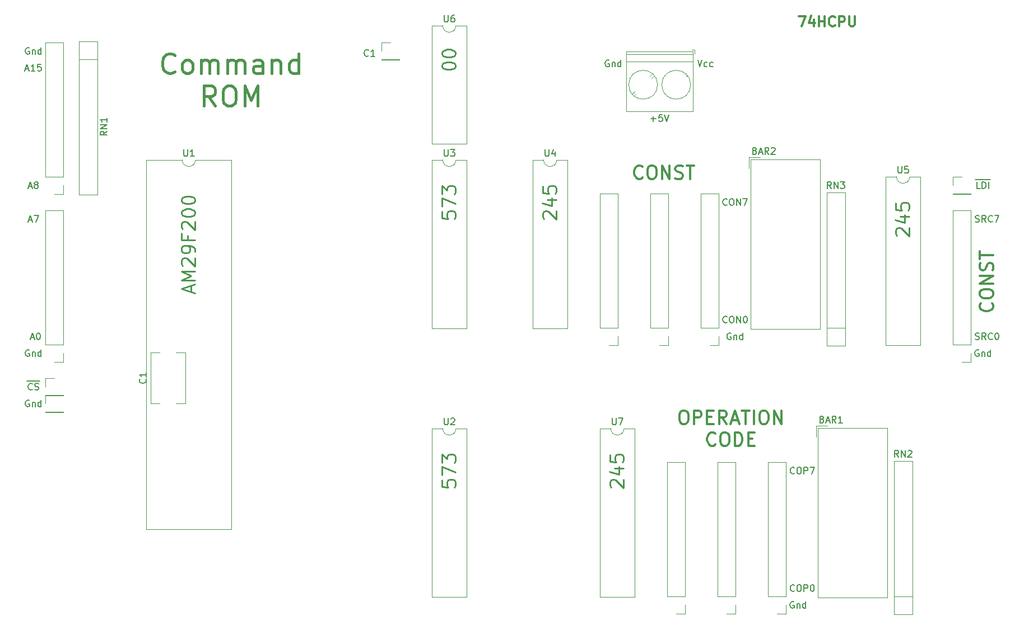
<source format=gbr>
%TF.GenerationSoftware,KiCad,Pcbnew,(5.1.8)-1*%
%TF.CreationDate,2024-01-29T23:39:16+03:00*%
%TF.ProjectId,ROM,524f4d2e-6b69-4636-9164-5f7063625858,rev?*%
%TF.SameCoordinates,Original*%
%TF.FileFunction,Legend,Top*%
%TF.FilePolarity,Positive*%
%FSLAX46Y46*%
G04 Gerber Fmt 4.6, Leading zero omitted, Abs format (unit mm)*
G04 Created by KiCad (PCBNEW (5.1.8)-1) date 2024-01-29 23:39:16*
%MOMM*%
%LPD*%
G01*
G04 APERTURE LIST*
%ADD10C,0.250000*%
%ADD11C,0.150000*%
%ADD12C,0.300000*%
%ADD13C,0.400000*%
%ADD14C,0.120000*%
G04 APERTURE END LIST*
D10*
X73834761Y-25177619D02*
X73834761Y-24987142D01*
X73930000Y-24796666D01*
X74025238Y-24701428D01*
X74215714Y-24606190D01*
X74596666Y-24510952D01*
X75072857Y-24510952D01*
X75453809Y-24606190D01*
X75644285Y-24701428D01*
X75739523Y-24796666D01*
X75834761Y-24987142D01*
X75834761Y-25177619D01*
X75739523Y-25368095D01*
X75644285Y-25463333D01*
X75453809Y-25558571D01*
X75072857Y-25653809D01*
X74596666Y-25653809D01*
X74215714Y-25558571D01*
X74025238Y-25463333D01*
X73930000Y-25368095D01*
X73834761Y-25177619D01*
X73834761Y-23272857D02*
X73834761Y-23082380D01*
X73930000Y-22891904D01*
X74025238Y-22796666D01*
X74215714Y-22701428D01*
X74596666Y-22606190D01*
X75072857Y-22606190D01*
X75453809Y-22701428D01*
X75644285Y-22796666D01*
X75739523Y-22891904D01*
X75834761Y-23082380D01*
X75834761Y-23272857D01*
X75739523Y-23463333D01*
X75644285Y-23558571D01*
X75453809Y-23653809D01*
X75072857Y-23749047D01*
X74596666Y-23749047D01*
X74215714Y-23653809D01*
X74025238Y-23558571D01*
X73930000Y-23463333D01*
X73834761Y-23272857D01*
D11*
X11422142Y-75700000D02*
X11326904Y-75652380D01*
X11184047Y-75652380D01*
X11041190Y-75700000D01*
X10945952Y-75795238D01*
X10898333Y-75890476D01*
X10850714Y-76080952D01*
X10850714Y-76223809D01*
X10898333Y-76414285D01*
X10945952Y-76509523D01*
X11041190Y-76604761D01*
X11184047Y-76652380D01*
X11279285Y-76652380D01*
X11422142Y-76604761D01*
X11469761Y-76557142D01*
X11469761Y-76223809D01*
X11279285Y-76223809D01*
X11898333Y-75985714D02*
X11898333Y-76652380D01*
X11898333Y-76080952D02*
X11945952Y-76033333D01*
X12041190Y-75985714D01*
X12184047Y-75985714D01*
X12279285Y-76033333D01*
X12326904Y-76128571D01*
X12326904Y-76652380D01*
X13231666Y-76652380D02*
X13231666Y-75652380D01*
X13231666Y-76604761D02*
X13136428Y-76652380D01*
X12945952Y-76652380D01*
X12850714Y-76604761D01*
X12803095Y-76557142D01*
X12755476Y-76461904D01*
X12755476Y-76176190D01*
X12803095Y-76080952D01*
X12850714Y-76033333D01*
X12945952Y-75985714D01*
X13136428Y-75985714D01*
X13231666Y-76033333D01*
D12*
X127794285Y-17593571D02*
X128794285Y-17593571D01*
X128151428Y-19093571D01*
X130008571Y-18093571D02*
X130008571Y-19093571D01*
X129651428Y-17522142D02*
X129294285Y-18593571D01*
X130222857Y-18593571D01*
X130794285Y-19093571D02*
X130794285Y-17593571D01*
X130794285Y-18307857D02*
X131651428Y-18307857D01*
X131651428Y-19093571D02*
X131651428Y-17593571D01*
X133222857Y-18950714D02*
X133151428Y-19022142D01*
X132937142Y-19093571D01*
X132794285Y-19093571D01*
X132580000Y-19022142D01*
X132437142Y-18879285D01*
X132365714Y-18736428D01*
X132294285Y-18450714D01*
X132294285Y-18236428D01*
X132365714Y-17950714D01*
X132437142Y-17807857D01*
X132580000Y-17665000D01*
X132794285Y-17593571D01*
X132937142Y-17593571D01*
X133151428Y-17665000D01*
X133222857Y-17736428D01*
X133865714Y-19093571D02*
X133865714Y-17593571D01*
X134437142Y-17593571D01*
X134580000Y-17665000D01*
X134651428Y-17736428D01*
X134722857Y-17879285D01*
X134722857Y-18093571D01*
X134651428Y-18236428D01*
X134580000Y-18307857D01*
X134437142Y-18379285D01*
X133865714Y-18379285D01*
X135365714Y-17593571D02*
X135365714Y-18807857D01*
X135437142Y-18950714D01*
X135508571Y-19022142D01*
X135651428Y-19093571D01*
X135937142Y-19093571D01*
X136080000Y-19022142D01*
X136151428Y-18950714D01*
X136222857Y-18807857D01*
X136222857Y-17593571D01*
D10*
X99425238Y-88836190D02*
X99330000Y-88740952D01*
X99234761Y-88550476D01*
X99234761Y-88074285D01*
X99330000Y-87883809D01*
X99425238Y-87788571D01*
X99615714Y-87693333D01*
X99806190Y-87693333D01*
X100091904Y-87788571D01*
X101234761Y-88931428D01*
X101234761Y-87693333D01*
X99901428Y-85979047D02*
X101234761Y-85979047D01*
X99139523Y-86455238D02*
X100568095Y-86931428D01*
X100568095Y-85693333D01*
X99234761Y-83979047D02*
X99234761Y-84931428D01*
X100187142Y-85026666D01*
X100091904Y-84931428D01*
X99996666Y-84740952D01*
X99996666Y-84264761D01*
X100091904Y-84074285D01*
X100187142Y-83979047D01*
X100377619Y-83883809D01*
X100853809Y-83883809D01*
X101044285Y-83979047D01*
X101139523Y-84074285D01*
X101234761Y-84264761D01*
X101234761Y-84740952D01*
X101139523Y-84931428D01*
X101044285Y-85026666D01*
X142605238Y-50736190D02*
X142510000Y-50640952D01*
X142414761Y-50450476D01*
X142414761Y-49974285D01*
X142510000Y-49783809D01*
X142605238Y-49688571D01*
X142795714Y-49593333D01*
X142986190Y-49593333D01*
X143271904Y-49688571D01*
X144414761Y-50831428D01*
X144414761Y-49593333D01*
X143081428Y-47879047D02*
X144414761Y-47879047D01*
X142319523Y-48355238D02*
X143748095Y-48831428D01*
X143748095Y-47593333D01*
X142414761Y-45879047D02*
X142414761Y-46831428D01*
X143367142Y-46926666D01*
X143271904Y-46831428D01*
X143176666Y-46640952D01*
X143176666Y-46164761D01*
X143271904Y-45974285D01*
X143367142Y-45879047D01*
X143557619Y-45783809D01*
X144033809Y-45783809D01*
X144224285Y-45879047D01*
X144319523Y-45974285D01*
X144414761Y-46164761D01*
X144414761Y-46640952D01*
X144319523Y-46831428D01*
X144224285Y-46926666D01*
X89265238Y-48196190D02*
X89170000Y-48100952D01*
X89074761Y-47910476D01*
X89074761Y-47434285D01*
X89170000Y-47243809D01*
X89265238Y-47148571D01*
X89455714Y-47053333D01*
X89646190Y-47053333D01*
X89931904Y-47148571D01*
X91074761Y-48291428D01*
X91074761Y-47053333D01*
X89741428Y-45339047D02*
X91074761Y-45339047D01*
X88979523Y-45815238D02*
X90408095Y-46291428D01*
X90408095Y-45053333D01*
X89074761Y-43339047D02*
X89074761Y-44291428D01*
X90027142Y-44386666D01*
X89931904Y-44291428D01*
X89836666Y-44100952D01*
X89836666Y-43624761D01*
X89931904Y-43434285D01*
X90027142Y-43339047D01*
X90217619Y-43243809D01*
X90693809Y-43243809D01*
X90884285Y-43339047D01*
X90979523Y-43434285D01*
X91074761Y-43624761D01*
X91074761Y-44100952D01*
X90979523Y-44291428D01*
X90884285Y-44386666D01*
X73834761Y-47148571D02*
X73834761Y-48100952D01*
X74787142Y-48196190D01*
X74691904Y-48100952D01*
X74596666Y-47910476D01*
X74596666Y-47434285D01*
X74691904Y-47243809D01*
X74787142Y-47148571D01*
X74977619Y-47053333D01*
X75453809Y-47053333D01*
X75644285Y-47148571D01*
X75739523Y-47243809D01*
X75834761Y-47434285D01*
X75834761Y-47910476D01*
X75739523Y-48100952D01*
X75644285Y-48196190D01*
X73834761Y-46386666D02*
X73834761Y-45053333D01*
X75834761Y-45910476D01*
X73834761Y-44481904D02*
X73834761Y-43243809D01*
X74596666Y-43910476D01*
X74596666Y-43624761D01*
X74691904Y-43434285D01*
X74787142Y-43339047D01*
X74977619Y-43243809D01*
X75453809Y-43243809D01*
X75644285Y-43339047D01*
X75739523Y-43434285D01*
X75834761Y-43624761D01*
X75834761Y-44196190D01*
X75739523Y-44386666D01*
X75644285Y-44481904D01*
X73834761Y-87788571D02*
X73834761Y-88740952D01*
X74787142Y-88836190D01*
X74691904Y-88740952D01*
X74596666Y-88550476D01*
X74596666Y-88074285D01*
X74691904Y-87883809D01*
X74787142Y-87788571D01*
X74977619Y-87693333D01*
X75453809Y-87693333D01*
X75644285Y-87788571D01*
X75739523Y-87883809D01*
X75834761Y-88074285D01*
X75834761Y-88550476D01*
X75739523Y-88740952D01*
X75644285Y-88836190D01*
X73834761Y-87026666D02*
X73834761Y-85693333D01*
X75834761Y-86550476D01*
X73834761Y-85121904D02*
X73834761Y-83883809D01*
X74596666Y-84550476D01*
X74596666Y-84264761D01*
X74691904Y-84074285D01*
X74787142Y-83979047D01*
X74977619Y-83883809D01*
X75453809Y-83883809D01*
X75644285Y-83979047D01*
X75739523Y-84074285D01*
X75834761Y-84264761D01*
X75834761Y-84836190D01*
X75739523Y-85026666D01*
X75644285Y-85121904D01*
X35893333Y-59308095D02*
X35893333Y-58355714D01*
X36464761Y-59498571D02*
X34464761Y-58831904D01*
X36464761Y-58165238D01*
X36464761Y-57498571D02*
X34464761Y-57498571D01*
X35893333Y-56831904D01*
X34464761Y-56165238D01*
X36464761Y-56165238D01*
X34655238Y-55308095D02*
X34560000Y-55212857D01*
X34464761Y-55022380D01*
X34464761Y-54546190D01*
X34560000Y-54355714D01*
X34655238Y-54260476D01*
X34845714Y-54165238D01*
X35036190Y-54165238D01*
X35321904Y-54260476D01*
X36464761Y-55403333D01*
X36464761Y-54165238D01*
X36464761Y-53212857D02*
X36464761Y-52831904D01*
X36369523Y-52641428D01*
X36274285Y-52546190D01*
X35988571Y-52355714D01*
X35607619Y-52260476D01*
X34845714Y-52260476D01*
X34655238Y-52355714D01*
X34560000Y-52450952D01*
X34464761Y-52641428D01*
X34464761Y-53022380D01*
X34560000Y-53212857D01*
X34655238Y-53308095D01*
X34845714Y-53403333D01*
X35321904Y-53403333D01*
X35512380Y-53308095D01*
X35607619Y-53212857D01*
X35702857Y-53022380D01*
X35702857Y-52641428D01*
X35607619Y-52450952D01*
X35512380Y-52355714D01*
X35321904Y-52260476D01*
X35417142Y-50736666D02*
X35417142Y-51403333D01*
X36464761Y-51403333D02*
X34464761Y-51403333D01*
X34464761Y-50450952D01*
X34655238Y-49784285D02*
X34560000Y-49689047D01*
X34464761Y-49498571D01*
X34464761Y-49022380D01*
X34560000Y-48831904D01*
X34655238Y-48736666D01*
X34845714Y-48641428D01*
X35036190Y-48641428D01*
X35321904Y-48736666D01*
X36464761Y-49879523D01*
X36464761Y-48641428D01*
X34464761Y-47403333D02*
X34464761Y-47212857D01*
X34560000Y-47022380D01*
X34655238Y-46927142D01*
X34845714Y-46831904D01*
X35226666Y-46736666D01*
X35702857Y-46736666D01*
X36083809Y-46831904D01*
X36274285Y-46927142D01*
X36369523Y-47022380D01*
X36464761Y-47212857D01*
X36464761Y-47403333D01*
X36369523Y-47593809D01*
X36274285Y-47689047D01*
X36083809Y-47784285D01*
X35702857Y-47879523D01*
X35226666Y-47879523D01*
X34845714Y-47784285D01*
X34655238Y-47689047D01*
X34560000Y-47593809D01*
X34464761Y-47403333D01*
X34464761Y-45498571D02*
X34464761Y-45308095D01*
X34560000Y-45117619D01*
X34655238Y-45022380D01*
X34845714Y-44927142D01*
X35226666Y-44831904D01*
X35702857Y-44831904D01*
X36083809Y-44927142D01*
X36274285Y-45022380D01*
X36369523Y-45117619D01*
X36464761Y-45308095D01*
X36464761Y-45498571D01*
X36369523Y-45689047D01*
X36274285Y-45784285D01*
X36083809Y-45879523D01*
X35702857Y-45974761D01*
X35226666Y-45974761D01*
X34845714Y-45879523D01*
X34655238Y-45784285D01*
X34560000Y-45689047D01*
X34464761Y-45498571D01*
D11*
X105394285Y-33091428D02*
X106156190Y-33091428D01*
X105775238Y-33472380D02*
X105775238Y-32710476D01*
X107108571Y-32472380D02*
X106632380Y-32472380D01*
X106584761Y-32948571D01*
X106632380Y-32900952D01*
X106727619Y-32853333D01*
X106965714Y-32853333D01*
X107060952Y-32900952D01*
X107108571Y-32948571D01*
X107156190Y-33043809D01*
X107156190Y-33281904D01*
X107108571Y-33377142D01*
X107060952Y-33424761D01*
X106965714Y-33472380D01*
X106727619Y-33472380D01*
X106632380Y-33424761D01*
X106584761Y-33377142D01*
X107441904Y-32472380D02*
X107775238Y-33472380D01*
X108108571Y-32472380D01*
D12*
X110189285Y-77264761D02*
X110570238Y-77264761D01*
X110760714Y-77360000D01*
X110951190Y-77550476D01*
X111046428Y-77931428D01*
X111046428Y-78598095D01*
X110951190Y-78979047D01*
X110760714Y-79169523D01*
X110570238Y-79264761D01*
X110189285Y-79264761D01*
X109998809Y-79169523D01*
X109808333Y-78979047D01*
X109713095Y-78598095D01*
X109713095Y-77931428D01*
X109808333Y-77550476D01*
X109998809Y-77360000D01*
X110189285Y-77264761D01*
X111903571Y-79264761D02*
X111903571Y-77264761D01*
X112665476Y-77264761D01*
X112855952Y-77360000D01*
X112951190Y-77455238D01*
X113046428Y-77645714D01*
X113046428Y-77931428D01*
X112951190Y-78121904D01*
X112855952Y-78217142D01*
X112665476Y-78312380D01*
X111903571Y-78312380D01*
X113903571Y-78217142D02*
X114570238Y-78217142D01*
X114855952Y-79264761D02*
X113903571Y-79264761D01*
X113903571Y-77264761D01*
X114855952Y-77264761D01*
X116855952Y-79264761D02*
X116189285Y-78312380D01*
X115713095Y-79264761D02*
X115713095Y-77264761D01*
X116475000Y-77264761D01*
X116665476Y-77360000D01*
X116760714Y-77455238D01*
X116855952Y-77645714D01*
X116855952Y-77931428D01*
X116760714Y-78121904D01*
X116665476Y-78217142D01*
X116475000Y-78312380D01*
X115713095Y-78312380D01*
X117617857Y-78693333D02*
X118570238Y-78693333D01*
X117427380Y-79264761D02*
X118094047Y-77264761D01*
X118760714Y-79264761D01*
X119141666Y-77264761D02*
X120284523Y-77264761D01*
X119713095Y-79264761D02*
X119713095Y-77264761D01*
X120951190Y-79264761D02*
X120951190Y-77264761D01*
X122284523Y-77264761D02*
X122665476Y-77264761D01*
X122855952Y-77360000D01*
X123046428Y-77550476D01*
X123141666Y-77931428D01*
X123141666Y-78598095D01*
X123046428Y-78979047D01*
X122855952Y-79169523D01*
X122665476Y-79264761D01*
X122284523Y-79264761D01*
X122094047Y-79169523D01*
X121903571Y-78979047D01*
X121808333Y-78598095D01*
X121808333Y-77931428D01*
X121903571Y-77550476D01*
X122094047Y-77360000D01*
X122284523Y-77264761D01*
X123998809Y-79264761D02*
X123998809Y-77264761D01*
X125141666Y-79264761D01*
X125141666Y-77264761D01*
X115141666Y-82374285D02*
X115046428Y-82469523D01*
X114760714Y-82564761D01*
X114570238Y-82564761D01*
X114284523Y-82469523D01*
X114094047Y-82279047D01*
X113998809Y-82088571D01*
X113903571Y-81707619D01*
X113903571Y-81421904D01*
X113998809Y-81040952D01*
X114094047Y-80850476D01*
X114284523Y-80660000D01*
X114570238Y-80564761D01*
X114760714Y-80564761D01*
X115046428Y-80660000D01*
X115141666Y-80755238D01*
X116379761Y-80564761D02*
X116760714Y-80564761D01*
X116951190Y-80660000D01*
X117141666Y-80850476D01*
X117236904Y-81231428D01*
X117236904Y-81898095D01*
X117141666Y-82279047D01*
X116951190Y-82469523D01*
X116760714Y-82564761D01*
X116379761Y-82564761D01*
X116189285Y-82469523D01*
X115998809Y-82279047D01*
X115903571Y-81898095D01*
X115903571Y-81231428D01*
X115998809Y-80850476D01*
X116189285Y-80660000D01*
X116379761Y-80564761D01*
X118094047Y-82564761D02*
X118094047Y-80564761D01*
X118570238Y-80564761D01*
X118855952Y-80660000D01*
X119046428Y-80850476D01*
X119141666Y-81040952D01*
X119236904Y-81421904D01*
X119236904Y-81707619D01*
X119141666Y-82088571D01*
X119046428Y-82279047D01*
X118855952Y-82469523D01*
X118570238Y-82564761D01*
X118094047Y-82564761D01*
X120094047Y-81517142D02*
X120760714Y-81517142D01*
X121046428Y-82564761D02*
X120094047Y-82564761D01*
X120094047Y-80564761D01*
X121046428Y-80564761D01*
X156924285Y-60975476D02*
X157019523Y-61070714D01*
X157114761Y-61356428D01*
X157114761Y-61546904D01*
X157019523Y-61832619D01*
X156829047Y-62023095D01*
X156638571Y-62118333D01*
X156257619Y-62213571D01*
X155971904Y-62213571D01*
X155590952Y-62118333D01*
X155400476Y-62023095D01*
X155210000Y-61832619D01*
X155114761Y-61546904D01*
X155114761Y-61356428D01*
X155210000Y-61070714D01*
X155305238Y-60975476D01*
X155114761Y-59737380D02*
X155114761Y-59356428D01*
X155210000Y-59165952D01*
X155400476Y-58975476D01*
X155781428Y-58880238D01*
X156448095Y-58880238D01*
X156829047Y-58975476D01*
X157019523Y-59165952D01*
X157114761Y-59356428D01*
X157114761Y-59737380D01*
X157019523Y-59927857D01*
X156829047Y-60118333D01*
X156448095Y-60213571D01*
X155781428Y-60213571D01*
X155400476Y-60118333D01*
X155210000Y-59927857D01*
X155114761Y-59737380D01*
X157114761Y-58023095D02*
X155114761Y-58023095D01*
X157114761Y-56880238D01*
X155114761Y-56880238D01*
X157019523Y-56023095D02*
X157114761Y-55737380D01*
X157114761Y-55261190D01*
X157019523Y-55070714D01*
X156924285Y-54975476D01*
X156733809Y-54880238D01*
X156543333Y-54880238D01*
X156352857Y-54975476D01*
X156257619Y-55070714D01*
X156162380Y-55261190D01*
X156067142Y-55642142D01*
X155971904Y-55832619D01*
X155876666Y-55927857D01*
X155686190Y-56023095D01*
X155495714Y-56023095D01*
X155305238Y-55927857D01*
X155210000Y-55832619D01*
X155114761Y-55642142D01*
X155114761Y-55165952D01*
X155210000Y-54880238D01*
X155114761Y-54308809D02*
X155114761Y-53165952D01*
X157114761Y-53737380D02*
X155114761Y-53737380D01*
X104124523Y-41989285D02*
X104029285Y-42084523D01*
X103743571Y-42179761D01*
X103553095Y-42179761D01*
X103267380Y-42084523D01*
X103076904Y-41894047D01*
X102981666Y-41703571D01*
X102886428Y-41322619D01*
X102886428Y-41036904D01*
X102981666Y-40655952D01*
X103076904Y-40465476D01*
X103267380Y-40275000D01*
X103553095Y-40179761D01*
X103743571Y-40179761D01*
X104029285Y-40275000D01*
X104124523Y-40370238D01*
X105362619Y-40179761D02*
X105743571Y-40179761D01*
X105934047Y-40275000D01*
X106124523Y-40465476D01*
X106219761Y-40846428D01*
X106219761Y-41513095D01*
X106124523Y-41894047D01*
X105934047Y-42084523D01*
X105743571Y-42179761D01*
X105362619Y-42179761D01*
X105172142Y-42084523D01*
X104981666Y-41894047D01*
X104886428Y-41513095D01*
X104886428Y-40846428D01*
X104981666Y-40465476D01*
X105172142Y-40275000D01*
X105362619Y-40179761D01*
X107076904Y-42179761D02*
X107076904Y-40179761D01*
X108219761Y-42179761D01*
X108219761Y-40179761D01*
X109076904Y-42084523D02*
X109362619Y-42179761D01*
X109838809Y-42179761D01*
X110029285Y-42084523D01*
X110124523Y-41989285D01*
X110219761Y-41798809D01*
X110219761Y-41608333D01*
X110124523Y-41417857D01*
X110029285Y-41322619D01*
X109838809Y-41227380D01*
X109457857Y-41132142D01*
X109267380Y-41036904D01*
X109172142Y-40941666D01*
X109076904Y-40751190D01*
X109076904Y-40560714D01*
X109172142Y-40370238D01*
X109267380Y-40275000D01*
X109457857Y-40179761D01*
X109934047Y-40179761D01*
X110219761Y-40275000D01*
X110791190Y-40179761D02*
X111934047Y-40179761D01*
X111362619Y-42179761D02*
X111362619Y-40179761D01*
D13*
X33410000Y-25926428D02*
X33267142Y-26069285D01*
X32838571Y-26212142D01*
X32552857Y-26212142D01*
X32124285Y-26069285D01*
X31838571Y-25783571D01*
X31695714Y-25497857D01*
X31552857Y-24926428D01*
X31552857Y-24497857D01*
X31695714Y-23926428D01*
X31838571Y-23640714D01*
X32124285Y-23355000D01*
X32552857Y-23212142D01*
X32838571Y-23212142D01*
X33267142Y-23355000D01*
X33410000Y-23497857D01*
X35124285Y-26212142D02*
X34838571Y-26069285D01*
X34695714Y-25926428D01*
X34552857Y-25640714D01*
X34552857Y-24783571D01*
X34695714Y-24497857D01*
X34838571Y-24355000D01*
X35124285Y-24212142D01*
X35552857Y-24212142D01*
X35838571Y-24355000D01*
X35981428Y-24497857D01*
X36124285Y-24783571D01*
X36124285Y-25640714D01*
X35981428Y-25926428D01*
X35838571Y-26069285D01*
X35552857Y-26212142D01*
X35124285Y-26212142D01*
X37410000Y-26212142D02*
X37410000Y-24212142D01*
X37410000Y-24497857D02*
X37552857Y-24355000D01*
X37838571Y-24212142D01*
X38267142Y-24212142D01*
X38552857Y-24355000D01*
X38695714Y-24640714D01*
X38695714Y-26212142D01*
X38695714Y-24640714D02*
X38838571Y-24355000D01*
X39124285Y-24212142D01*
X39552857Y-24212142D01*
X39838571Y-24355000D01*
X39981428Y-24640714D01*
X39981428Y-26212142D01*
X41410000Y-26212142D02*
X41410000Y-24212142D01*
X41410000Y-24497857D02*
X41552857Y-24355000D01*
X41838571Y-24212142D01*
X42267142Y-24212142D01*
X42552857Y-24355000D01*
X42695714Y-24640714D01*
X42695714Y-26212142D01*
X42695714Y-24640714D02*
X42838571Y-24355000D01*
X43124285Y-24212142D01*
X43552857Y-24212142D01*
X43838571Y-24355000D01*
X43981428Y-24640714D01*
X43981428Y-26212142D01*
X46695714Y-26212142D02*
X46695714Y-24640714D01*
X46552857Y-24355000D01*
X46267142Y-24212142D01*
X45695714Y-24212142D01*
X45410000Y-24355000D01*
X46695714Y-26069285D02*
X46410000Y-26212142D01*
X45695714Y-26212142D01*
X45410000Y-26069285D01*
X45267142Y-25783571D01*
X45267142Y-25497857D01*
X45410000Y-25212142D01*
X45695714Y-25069285D01*
X46410000Y-25069285D01*
X46695714Y-24926428D01*
X48124285Y-24212142D02*
X48124285Y-26212142D01*
X48124285Y-24497857D02*
X48267142Y-24355000D01*
X48552857Y-24212142D01*
X48981428Y-24212142D01*
X49267142Y-24355000D01*
X49410000Y-24640714D01*
X49410000Y-26212142D01*
X52124285Y-26212142D02*
X52124285Y-23212142D01*
X52124285Y-26069285D02*
X51838571Y-26212142D01*
X51267142Y-26212142D01*
X50981428Y-26069285D01*
X50838571Y-25926428D01*
X50695714Y-25640714D01*
X50695714Y-24783571D01*
X50838571Y-24497857D01*
X50981428Y-24355000D01*
X51267142Y-24212142D01*
X51838571Y-24212142D01*
X52124285Y-24355000D01*
X39552857Y-31112142D02*
X38552857Y-29683571D01*
X37838571Y-31112142D02*
X37838571Y-28112142D01*
X38981428Y-28112142D01*
X39267142Y-28255000D01*
X39410000Y-28397857D01*
X39552857Y-28683571D01*
X39552857Y-29112142D01*
X39410000Y-29397857D01*
X39267142Y-29540714D01*
X38981428Y-29683571D01*
X37838571Y-29683571D01*
X41410000Y-28112142D02*
X41981428Y-28112142D01*
X42267142Y-28255000D01*
X42552857Y-28540714D01*
X42695714Y-29112142D01*
X42695714Y-30112142D01*
X42552857Y-30683571D01*
X42267142Y-30969285D01*
X41981428Y-31112142D01*
X41410000Y-31112142D01*
X41124285Y-30969285D01*
X40838571Y-30683571D01*
X40695714Y-30112142D01*
X40695714Y-29112142D01*
X40838571Y-28540714D01*
X41124285Y-28255000D01*
X41410000Y-28112142D01*
X43981428Y-31112142D02*
X43981428Y-28112142D01*
X44981428Y-30255000D01*
X45981428Y-28112142D01*
X45981428Y-31112142D01*
D11*
X126992142Y-106180000D02*
X126896904Y-106132380D01*
X126754047Y-106132380D01*
X126611190Y-106180000D01*
X126515952Y-106275238D01*
X126468333Y-106370476D01*
X126420714Y-106560952D01*
X126420714Y-106703809D01*
X126468333Y-106894285D01*
X126515952Y-106989523D01*
X126611190Y-107084761D01*
X126754047Y-107132380D01*
X126849285Y-107132380D01*
X126992142Y-107084761D01*
X127039761Y-107037142D01*
X127039761Y-106703809D01*
X126849285Y-106703809D01*
X127468333Y-106465714D02*
X127468333Y-107132380D01*
X127468333Y-106560952D02*
X127515952Y-106513333D01*
X127611190Y-106465714D01*
X127754047Y-106465714D01*
X127849285Y-106513333D01*
X127896904Y-106608571D01*
X127896904Y-107132380D01*
X128801666Y-107132380D02*
X128801666Y-106132380D01*
X128801666Y-107084761D02*
X128706428Y-107132380D01*
X128515952Y-107132380D01*
X128420714Y-107084761D01*
X128373095Y-107037142D01*
X128325476Y-106941904D01*
X128325476Y-106656190D01*
X128373095Y-106560952D01*
X128420714Y-106513333D01*
X128515952Y-106465714D01*
X128706428Y-106465714D01*
X128801666Y-106513333D01*
X11088809Y-72745000D02*
X12088809Y-72745000D01*
X11898333Y-74017142D02*
X11850714Y-74064761D01*
X11707857Y-74112380D01*
X11612619Y-74112380D01*
X11469761Y-74064761D01*
X11374523Y-73969523D01*
X11326904Y-73874285D01*
X11279285Y-73683809D01*
X11279285Y-73540952D01*
X11326904Y-73350476D01*
X11374523Y-73255238D01*
X11469761Y-73160000D01*
X11612619Y-73112380D01*
X11707857Y-73112380D01*
X11850714Y-73160000D01*
X11898333Y-73207619D01*
X12088809Y-72745000D02*
X13041190Y-72745000D01*
X12279285Y-74064761D02*
X12422142Y-74112380D01*
X12660238Y-74112380D01*
X12755476Y-74064761D01*
X12803095Y-74017142D01*
X12850714Y-73921904D01*
X12850714Y-73826666D01*
X12803095Y-73731428D01*
X12755476Y-73683809D01*
X12660238Y-73636190D01*
X12469761Y-73588571D01*
X12374523Y-73540952D01*
X12326904Y-73493333D01*
X12279285Y-73398095D01*
X12279285Y-73302857D01*
X12326904Y-73207619D01*
X12374523Y-73160000D01*
X12469761Y-73112380D01*
X12707857Y-73112380D01*
X12850714Y-73160000D01*
X62698333Y-23534642D02*
X62650714Y-23582261D01*
X62507857Y-23629880D01*
X62412619Y-23629880D01*
X62269761Y-23582261D01*
X62174523Y-23487023D01*
X62126904Y-23391785D01*
X62079285Y-23201309D01*
X62079285Y-23058452D01*
X62126904Y-22867976D01*
X62174523Y-22772738D01*
X62269761Y-22677500D01*
X62412619Y-22629880D01*
X62507857Y-22629880D01*
X62650714Y-22677500D01*
X62698333Y-22725119D01*
X63650714Y-23629880D02*
X63079285Y-23629880D01*
X63365000Y-23629880D02*
X63365000Y-22629880D01*
X63269761Y-22772738D01*
X63174523Y-22867976D01*
X63079285Y-22915595D01*
X154432142Y-42265000D02*
X155241666Y-42265000D01*
X155146428Y-43632380D02*
X154670238Y-43632380D01*
X154670238Y-42632380D01*
X155241666Y-42265000D02*
X156241666Y-42265000D01*
X155479761Y-43632380D02*
X155479761Y-42632380D01*
X155717857Y-42632380D01*
X155860714Y-42680000D01*
X155955952Y-42775238D01*
X156003571Y-42870476D01*
X156051190Y-43060952D01*
X156051190Y-43203809D01*
X156003571Y-43394285D01*
X155955952Y-43489523D01*
X155860714Y-43584761D01*
X155717857Y-43632380D01*
X155479761Y-43632380D01*
X156241666Y-42265000D02*
X156717857Y-42265000D01*
X156479761Y-43632380D02*
X156479761Y-42632380D01*
X154448095Y-48664761D02*
X154590952Y-48712380D01*
X154829047Y-48712380D01*
X154924285Y-48664761D01*
X154971904Y-48617142D01*
X155019523Y-48521904D01*
X155019523Y-48426666D01*
X154971904Y-48331428D01*
X154924285Y-48283809D01*
X154829047Y-48236190D01*
X154638571Y-48188571D01*
X154543333Y-48140952D01*
X154495714Y-48093333D01*
X154448095Y-47998095D01*
X154448095Y-47902857D01*
X154495714Y-47807619D01*
X154543333Y-47760000D01*
X154638571Y-47712380D01*
X154876666Y-47712380D01*
X155019523Y-47760000D01*
X156019523Y-48712380D02*
X155686190Y-48236190D01*
X155448095Y-48712380D02*
X155448095Y-47712380D01*
X155829047Y-47712380D01*
X155924285Y-47760000D01*
X155971904Y-47807619D01*
X156019523Y-47902857D01*
X156019523Y-48045714D01*
X155971904Y-48140952D01*
X155924285Y-48188571D01*
X155829047Y-48236190D01*
X155448095Y-48236190D01*
X157019523Y-48617142D02*
X156971904Y-48664761D01*
X156829047Y-48712380D01*
X156733809Y-48712380D01*
X156590952Y-48664761D01*
X156495714Y-48569523D01*
X156448095Y-48474285D01*
X156400476Y-48283809D01*
X156400476Y-48140952D01*
X156448095Y-47950476D01*
X156495714Y-47855238D01*
X156590952Y-47760000D01*
X156733809Y-47712380D01*
X156829047Y-47712380D01*
X156971904Y-47760000D01*
X157019523Y-47807619D01*
X157352857Y-47712380D02*
X158019523Y-47712380D01*
X157590952Y-48712380D01*
X154932142Y-68080000D02*
X154836904Y-68032380D01*
X154694047Y-68032380D01*
X154551190Y-68080000D01*
X154455952Y-68175238D01*
X154408333Y-68270476D01*
X154360714Y-68460952D01*
X154360714Y-68603809D01*
X154408333Y-68794285D01*
X154455952Y-68889523D01*
X154551190Y-68984761D01*
X154694047Y-69032380D01*
X154789285Y-69032380D01*
X154932142Y-68984761D01*
X154979761Y-68937142D01*
X154979761Y-68603809D01*
X154789285Y-68603809D01*
X155408333Y-68365714D02*
X155408333Y-69032380D01*
X155408333Y-68460952D02*
X155455952Y-68413333D01*
X155551190Y-68365714D01*
X155694047Y-68365714D01*
X155789285Y-68413333D01*
X155836904Y-68508571D01*
X155836904Y-69032380D01*
X156741666Y-69032380D02*
X156741666Y-68032380D01*
X156741666Y-68984761D02*
X156646428Y-69032380D01*
X156455952Y-69032380D01*
X156360714Y-68984761D01*
X156313095Y-68937142D01*
X156265476Y-68841904D01*
X156265476Y-68556190D01*
X156313095Y-68460952D01*
X156360714Y-68413333D01*
X156455952Y-68365714D01*
X156646428Y-68365714D01*
X156741666Y-68413333D01*
X154448095Y-66444761D02*
X154590952Y-66492380D01*
X154829047Y-66492380D01*
X154924285Y-66444761D01*
X154971904Y-66397142D01*
X155019523Y-66301904D01*
X155019523Y-66206666D01*
X154971904Y-66111428D01*
X154924285Y-66063809D01*
X154829047Y-66016190D01*
X154638571Y-65968571D01*
X154543333Y-65920952D01*
X154495714Y-65873333D01*
X154448095Y-65778095D01*
X154448095Y-65682857D01*
X154495714Y-65587619D01*
X154543333Y-65540000D01*
X154638571Y-65492380D01*
X154876666Y-65492380D01*
X155019523Y-65540000D01*
X156019523Y-66492380D02*
X155686190Y-66016190D01*
X155448095Y-66492380D02*
X155448095Y-65492380D01*
X155829047Y-65492380D01*
X155924285Y-65540000D01*
X155971904Y-65587619D01*
X156019523Y-65682857D01*
X156019523Y-65825714D01*
X155971904Y-65920952D01*
X155924285Y-65968571D01*
X155829047Y-66016190D01*
X155448095Y-66016190D01*
X157019523Y-66397142D02*
X156971904Y-66444761D01*
X156829047Y-66492380D01*
X156733809Y-66492380D01*
X156590952Y-66444761D01*
X156495714Y-66349523D01*
X156448095Y-66254285D01*
X156400476Y-66063809D01*
X156400476Y-65920952D01*
X156448095Y-65730476D01*
X156495714Y-65635238D01*
X156590952Y-65540000D01*
X156733809Y-65492380D01*
X156829047Y-65492380D01*
X156971904Y-65540000D01*
X157019523Y-65587619D01*
X157638571Y-65492380D02*
X157733809Y-65492380D01*
X157829047Y-65540000D01*
X157876666Y-65587619D01*
X157924285Y-65682857D01*
X157971904Y-65873333D01*
X157971904Y-66111428D01*
X157924285Y-66301904D01*
X157876666Y-66397142D01*
X157829047Y-66444761D01*
X157733809Y-66492380D01*
X157638571Y-66492380D01*
X157543333Y-66444761D01*
X157495714Y-66397142D01*
X157448095Y-66301904D01*
X157400476Y-66111428D01*
X157400476Y-65873333D01*
X157448095Y-65682857D01*
X157495714Y-65587619D01*
X157543333Y-65540000D01*
X157638571Y-65492380D01*
X116895714Y-46077142D02*
X116848095Y-46124761D01*
X116705238Y-46172380D01*
X116610000Y-46172380D01*
X116467142Y-46124761D01*
X116371904Y-46029523D01*
X116324285Y-45934285D01*
X116276666Y-45743809D01*
X116276666Y-45600952D01*
X116324285Y-45410476D01*
X116371904Y-45315238D01*
X116467142Y-45220000D01*
X116610000Y-45172380D01*
X116705238Y-45172380D01*
X116848095Y-45220000D01*
X116895714Y-45267619D01*
X117514761Y-45172380D02*
X117705238Y-45172380D01*
X117800476Y-45220000D01*
X117895714Y-45315238D01*
X117943333Y-45505714D01*
X117943333Y-45839047D01*
X117895714Y-46029523D01*
X117800476Y-46124761D01*
X117705238Y-46172380D01*
X117514761Y-46172380D01*
X117419523Y-46124761D01*
X117324285Y-46029523D01*
X117276666Y-45839047D01*
X117276666Y-45505714D01*
X117324285Y-45315238D01*
X117419523Y-45220000D01*
X117514761Y-45172380D01*
X118371904Y-46172380D02*
X118371904Y-45172380D01*
X118943333Y-46172380D01*
X118943333Y-45172380D01*
X119324285Y-45172380D02*
X119990952Y-45172380D01*
X119562380Y-46172380D01*
X117467142Y-65540000D02*
X117371904Y-65492380D01*
X117229047Y-65492380D01*
X117086190Y-65540000D01*
X116990952Y-65635238D01*
X116943333Y-65730476D01*
X116895714Y-65920952D01*
X116895714Y-66063809D01*
X116943333Y-66254285D01*
X116990952Y-66349523D01*
X117086190Y-66444761D01*
X117229047Y-66492380D01*
X117324285Y-66492380D01*
X117467142Y-66444761D01*
X117514761Y-66397142D01*
X117514761Y-66063809D01*
X117324285Y-66063809D01*
X117943333Y-65825714D02*
X117943333Y-66492380D01*
X117943333Y-65920952D02*
X117990952Y-65873333D01*
X118086190Y-65825714D01*
X118229047Y-65825714D01*
X118324285Y-65873333D01*
X118371904Y-65968571D01*
X118371904Y-66492380D01*
X119276666Y-66492380D02*
X119276666Y-65492380D01*
X119276666Y-66444761D02*
X119181428Y-66492380D01*
X118990952Y-66492380D01*
X118895714Y-66444761D01*
X118848095Y-66397142D01*
X118800476Y-66301904D01*
X118800476Y-66016190D01*
X118848095Y-65920952D01*
X118895714Y-65873333D01*
X118990952Y-65825714D01*
X119181428Y-65825714D01*
X119276666Y-65873333D01*
X116895714Y-63857142D02*
X116848095Y-63904761D01*
X116705238Y-63952380D01*
X116610000Y-63952380D01*
X116467142Y-63904761D01*
X116371904Y-63809523D01*
X116324285Y-63714285D01*
X116276666Y-63523809D01*
X116276666Y-63380952D01*
X116324285Y-63190476D01*
X116371904Y-63095238D01*
X116467142Y-63000000D01*
X116610000Y-62952380D01*
X116705238Y-62952380D01*
X116848095Y-63000000D01*
X116895714Y-63047619D01*
X117514761Y-62952380D02*
X117705238Y-62952380D01*
X117800476Y-63000000D01*
X117895714Y-63095238D01*
X117943333Y-63285714D01*
X117943333Y-63619047D01*
X117895714Y-63809523D01*
X117800476Y-63904761D01*
X117705238Y-63952380D01*
X117514761Y-63952380D01*
X117419523Y-63904761D01*
X117324285Y-63809523D01*
X117276666Y-63619047D01*
X117276666Y-63285714D01*
X117324285Y-63095238D01*
X117419523Y-63000000D01*
X117514761Y-62952380D01*
X118371904Y-63952380D02*
X118371904Y-62952380D01*
X118943333Y-63952380D01*
X118943333Y-62952380D01*
X119610000Y-62952380D02*
X119705238Y-62952380D01*
X119800476Y-63000000D01*
X119848095Y-63047619D01*
X119895714Y-63142857D01*
X119943333Y-63333333D01*
X119943333Y-63571428D01*
X119895714Y-63761904D01*
X119848095Y-63857142D01*
X119800476Y-63904761D01*
X119705238Y-63952380D01*
X119610000Y-63952380D01*
X119514761Y-63904761D01*
X119467142Y-63857142D01*
X119419523Y-63761904D01*
X119371904Y-63571428D01*
X119371904Y-63333333D01*
X119419523Y-63142857D01*
X119467142Y-63047619D01*
X119514761Y-63000000D01*
X119610000Y-62952380D01*
X127079523Y-86717142D02*
X127031904Y-86764761D01*
X126889047Y-86812380D01*
X126793809Y-86812380D01*
X126650952Y-86764761D01*
X126555714Y-86669523D01*
X126508095Y-86574285D01*
X126460476Y-86383809D01*
X126460476Y-86240952D01*
X126508095Y-86050476D01*
X126555714Y-85955238D01*
X126650952Y-85860000D01*
X126793809Y-85812380D01*
X126889047Y-85812380D01*
X127031904Y-85860000D01*
X127079523Y-85907619D01*
X127698571Y-85812380D02*
X127889047Y-85812380D01*
X127984285Y-85860000D01*
X128079523Y-85955238D01*
X128127142Y-86145714D01*
X128127142Y-86479047D01*
X128079523Y-86669523D01*
X127984285Y-86764761D01*
X127889047Y-86812380D01*
X127698571Y-86812380D01*
X127603333Y-86764761D01*
X127508095Y-86669523D01*
X127460476Y-86479047D01*
X127460476Y-86145714D01*
X127508095Y-85955238D01*
X127603333Y-85860000D01*
X127698571Y-85812380D01*
X128555714Y-86812380D02*
X128555714Y-85812380D01*
X128936666Y-85812380D01*
X129031904Y-85860000D01*
X129079523Y-85907619D01*
X129127142Y-86002857D01*
X129127142Y-86145714D01*
X129079523Y-86240952D01*
X129031904Y-86288571D01*
X128936666Y-86336190D01*
X128555714Y-86336190D01*
X129460476Y-85812380D02*
X130127142Y-85812380D01*
X129698571Y-86812380D01*
X127079523Y-104497142D02*
X127031904Y-104544761D01*
X126889047Y-104592380D01*
X126793809Y-104592380D01*
X126650952Y-104544761D01*
X126555714Y-104449523D01*
X126508095Y-104354285D01*
X126460476Y-104163809D01*
X126460476Y-104020952D01*
X126508095Y-103830476D01*
X126555714Y-103735238D01*
X126650952Y-103640000D01*
X126793809Y-103592380D01*
X126889047Y-103592380D01*
X127031904Y-103640000D01*
X127079523Y-103687619D01*
X127698571Y-103592380D02*
X127889047Y-103592380D01*
X127984285Y-103640000D01*
X128079523Y-103735238D01*
X128127142Y-103925714D01*
X128127142Y-104259047D01*
X128079523Y-104449523D01*
X127984285Y-104544761D01*
X127889047Y-104592380D01*
X127698571Y-104592380D01*
X127603333Y-104544761D01*
X127508095Y-104449523D01*
X127460476Y-104259047D01*
X127460476Y-103925714D01*
X127508095Y-103735238D01*
X127603333Y-103640000D01*
X127698571Y-103592380D01*
X128555714Y-104592380D02*
X128555714Y-103592380D01*
X128936666Y-103592380D01*
X129031904Y-103640000D01*
X129079523Y-103687619D01*
X129127142Y-103782857D01*
X129127142Y-103925714D01*
X129079523Y-104020952D01*
X129031904Y-104068571D01*
X128936666Y-104116190D01*
X128555714Y-104116190D01*
X129746190Y-103592380D02*
X129841428Y-103592380D01*
X129936666Y-103640000D01*
X129984285Y-103687619D01*
X130031904Y-103782857D01*
X130079523Y-103973333D01*
X130079523Y-104211428D01*
X130031904Y-104401904D01*
X129984285Y-104497142D01*
X129936666Y-104544761D01*
X129841428Y-104592380D01*
X129746190Y-104592380D01*
X129650952Y-104544761D01*
X129603333Y-104497142D01*
X129555714Y-104401904D01*
X129508095Y-104211428D01*
X129508095Y-103973333D01*
X129555714Y-103782857D01*
X129603333Y-103687619D01*
X129650952Y-103640000D01*
X129746190Y-103592380D01*
X99052142Y-24265000D02*
X98956904Y-24217380D01*
X98814047Y-24217380D01*
X98671190Y-24265000D01*
X98575952Y-24360238D01*
X98528333Y-24455476D01*
X98480714Y-24645952D01*
X98480714Y-24788809D01*
X98528333Y-24979285D01*
X98575952Y-25074523D01*
X98671190Y-25169761D01*
X98814047Y-25217380D01*
X98909285Y-25217380D01*
X99052142Y-25169761D01*
X99099761Y-25122142D01*
X99099761Y-24788809D01*
X98909285Y-24788809D01*
X99528333Y-24550714D02*
X99528333Y-25217380D01*
X99528333Y-24645952D02*
X99575952Y-24598333D01*
X99671190Y-24550714D01*
X99814047Y-24550714D01*
X99909285Y-24598333D01*
X99956904Y-24693571D01*
X99956904Y-25217380D01*
X100861666Y-25217380D02*
X100861666Y-24217380D01*
X100861666Y-25169761D02*
X100766428Y-25217380D01*
X100575952Y-25217380D01*
X100480714Y-25169761D01*
X100433095Y-25122142D01*
X100385476Y-25026904D01*
X100385476Y-24741190D01*
X100433095Y-24645952D01*
X100480714Y-24598333D01*
X100575952Y-24550714D01*
X100766428Y-24550714D01*
X100861666Y-24598333D01*
X112474523Y-24217380D02*
X112807857Y-25217380D01*
X113141190Y-24217380D01*
X113903095Y-25169761D02*
X113807857Y-25217380D01*
X113617380Y-25217380D01*
X113522142Y-25169761D01*
X113474523Y-25122142D01*
X113426904Y-25026904D01*
X113426904Y-24741190D01*
X113474523Y-24645952D01*
X113522142Y-24598333D01*
X113617380Y-24550714D01*
X113807857Y-24550714D01*
X113903095Y-24598333D01*
X114760238Y-25169761D02*
X114665000Y-25217380D01*
X114474523Y-25217380D01*
X114379285Y-25169761D01*
X114331666Y-25122142D01*
X114284047Y-25026904D01*
X114284047Y-24741190D01*
X114331666Y-24645952D01*
X114379285Y-24598333D01*
X114474523Y-24550714D01*
X114665000Y-24550714D01*
X114760238Y-24598333D01*
X11350714Y-43346666D02*
X11826904Y-43346666D01*
X11255476Y-43632380D02*
X11588809Y-42632380D01*
X11922142Y-43632380D01*
X12398333Y-43060952D02*
X12303095Y-43013333D01*
X12255476Y-42965714D01*
X12207857Y-42870476D01*
X12207857Y-42822857D01*
X12255476Y-42727619D01*
X12303095Y-42680000D01*
X12398333Y-42632380D01*
X12588809Y-42632380D01*
X12684047Y-42680000D01*
X12731666Y-42727619D01*
X12779285Y-42822857D01*
X12779285Y-42870476D01*
X12731666Y-42965714D01*
X12684047Y-43013333D01*
X12588809Y-43060952D01*
X12398333Y-43060952D01*
X12303095Y-43108571D01*
X12255476Y-43156190D01*
X12207857Y-43251428D01*
X12207857Y-43441904D01*
X12255476Y-43537142D01*
X12303095Y-43584761D01*
X12398333Y-43632380D01*
X12588809Y-43632380D01*
X12684047Y-43584761D01*
X12731666Y-43537142D01*
X12779285Y-43441904D01*
X12779285Y-43251428D01*
X12731666Y-43156190D01*
X12684047Y-43108571D01*
X12588809Y-43060952D01*
X10874523Y-25566666D02*
X11350714Y-25566666D01*
X10779285Y-25852380D02*
X11112619Y-24852380D01*
X11445952Y-25852380D01*
X12303095Y-25852380D02*
X11731666Y-25852380D01*
X12017380Y-25852380D02*
X12017380Y-24852380D01*
X11922142Y-24995238D01*
X11826904Y-25090476D01*
X11731666Y-25138095D01*
X13207857Y-24852380D02*
X12731666Y-24852380D01*
X12684047Y-25328571D01*
X12731666Y-25280952D01*
X12826904Y-25233333D01*
X13065000Y-25233333D01*
X13160238Y-25280952D01*
X13207857Y-25328571D01*
X13255476Y-25423809D01*
X13255476Y-25661904D01*
X13207857Y-25757142D01*
X13160238Y-25804761D01*
X13065000Y-25852380D01*
X12826904Y-25852380D01*
X12731666Y-25804761D01*
X12684047Y-25757142D01*
X11422142Y-68080000D02*
X11326904Y-68032380D01*
X11184047Y-68032380D01*
X11041190Y-68080000D01*
X10945952Y-68175238D01*
X10898333Y-68270476D01*
X10850714Y-68460952D01*
X10850714Y-68603809D01*
X10898333Y-68794285D01*
X10945952Y-68889523D01*
X11041190Y-68984761D01*
X11184047Y-69032380D01*
X11279285Y-69032380D01*
X11422142Y-68984761D01*
X11469761Y-68937142D01*
X11469761Y-68603809D01*
X11279285Y-68603809D01*
X11898333Y-68365714D02*
X11898333Y-69032380D01*
X11898333Y-68460952D02*
X11945952Y-68413333D01*
X12041190Y-68365714D01*
X12184047Y-68365714D01*
X12279285Y-68413333D01*
X12326904Y-68508571D01*
X12326904Y-69032380D01*
X13231666Y-69032380D02*
X13231666Y-68032380D01*
X13231666Y-68984761D02*
X13136428Y-69032380D01*
X12945952Y-69032380D01*
X12850714Y-68984761D01*
X12803095Y-68937142D01*
X12755476Y-68841904D01*
X12755476Y-68556190D01*
X12803095Y-68460952D01*
X12850714Y-68413333D01*
X12945952Y-68365714D01*
X13136428Y-68365714D01*
X13231666Y-68413333D01*
X11422142Y-22360000D02*
X11326904Y-22312380D01*
X11184047Y-22312380D01*
X11041190Y-22360000D01*
X10945952Y-22455238D01*
X10898333Y-22550476D01*
X10850714Y-22740952D01*
X10850714Y-22883809D01*
X10898333Y-23074285D01*
X10945952Y-23169523D01*
X11041190Y-23264761D01*
X11184047Y-23312380D01*
X11279285Y-23312380D01*
X11422142Y-23264761D01*
X11469761Y-23217142D01*
X11469761Y-22883809D01*
X11279285Y-22883809D01*
X11898333Y-22645714D02*
X11898333Y-23312380D01*
X11898333Y-22740952D02*
X11945952Y-22693333D01*
X12041190Y-22645714D01*
X12184047Y-22645714D01*
X12279285Y-22693333D01*
X12326904Y-22788571D01*
X12326904Y-23312380D01*
X13231666Y-23312380D02*
X13231666Y-22312380D01*
X13231666Y-23264761D02*
X13136428Y-23312380D01*
X12945952Y-23312380D01*
X12850714Y-23264761D01*
X12803095Y-23217142D01*
X12755476Y-23121904D01*
X12755476Y-22836190D01*
X12803095Y-22740952D01*
X12850714Y-22693333D01*
X12945952Y-22645714D01*
X13136428Y-22645714D01*
X13231666Y-22693333D01*
X11350714Y-48426666D02*
X11826904Y-48426666D01*
X11255476Y-48712380D02*
X11588809Y-47712380D01*
X11922142Y-48712380D01*
X12160238Y-47712380D02*
X12826904Y-47712380D01*
X12398333Y-48712380D01*
X11668214Y-66206666D02*
X12144404Y-66206666D01*
X11572976Y-66492380D02*
X11906309Y-65492380D01*
X12239642Y-66492380D01*
X12763452Y-65492380D02*
X12858690Y-65492380D01*
X12953928Y-65540000D01*
X13001547Y-65587619D01*
X13049166Y-65682857D01*
X13096785Y-65873333D01*
X13096785Y-66111428D01*
X13049166Y-66301904D01*
X13001547Y-66397142D01*
X12953928Y-66444761D01*
X12858690Y-66492380D01*
X12763452Y-66492380D01*
X12668214Y-66444761D01*
X12620595Y-66397142D01*
X12572976Y-66301904D01*
X12525357Y-66111428D01*
X12525357Y-65873333D01*
X12572976Y-65682857D01*
X12620595Y-65587619D01*
X12668214Y-65540000D01*
X12763452Y-65492380D01*
D14*
%TO.C,J14*%
X13910000Y-77530000D02*
X16570000Y-77530000D01*
X13910000Y-77470000D02*
X13910000Y-77530000D01*
X16570000Y-77470000D02*
X16570000Y-77530000D01*
X13910000Y-77470000D02*
X16570000Y-77470000D01*
X13910000Y-76200000D02*
X13910000Y-74870000D01*
X13910000Y-74870000D02*
X15240000Y-74870000D01*
%TO.C,C1*%
X33641000Y-68460000D02*
X35005000Y-68460000D01*
X29765000Y-68460000D02*
X31129000Y-68460000D01*
X33641000Y-76200000D02*
X35005000Y-76200000D01*
X29765000Y-76200000D02*
X31129000Y-76200000D01*
X35005000Y-76200000D02*
X35005000Y-68460000D01*
X29765000Y-76200000D02*
X29765000Y-68460000D01*
%TO.C,J13*%
X115630000Y-67370000D02*
X114300000Y-67370000D01*
X115630000Y-66040000D02*
X115630000Y-67370000D01*
X115630000Y-64770000D02*
X112970000Y-64770000D01*
X112970000Y-64770000D02*
X112970000Y-44390000D01*
X115630000Y-64770000D02*
X115630000Y-44390000D01*
X115630000Y-44390000D02*
X112970000Y-44390000D01*
%TO.C,RN3*%
X131950000Y-64770000D02*
X134750000Y-64770000D01*
X131950000Y-44280000D02*
X131950000Y-67480000D01*
X134750000Y-44280000D02*
X131950000Y-44280000D01*
X134750000Y-67480000D02*
X134750000Y-44280000D01*
X131950000Y-67480000D02*
X134750000Y-67480000D01*
%TO.C,BAR2*%
X130950000Y-39230000D02*
X130950000Y-64910000D01*
X120510000Y-39230000D02*
X130950000Y-39230000D01*
X120510000Y-64910000D02*
X120510000Y-39230000D01*
X130950000Y-64910000D02*
X120510000Y-64910000D01*
X120220000Y-38940000D02*
X120220000Y-40640000D01*
X121920000Y-38940000D02*
X120220000Y-38940000D01*
%TO.C,BAR1*%
X141110000Y-79870000D02*
X141110000Y-105550000D01*
X130670000Y-79870000D02*
X141110000Y-79870000D01*
X130670000Y-105550000D02*
X130670000Y-79870000D01*
X141110000Y-105550000D02*
X130670000Y-105550000D01*
X130380000Y-79580000D02*
X130380000Y-81280000D01*
X132080000Y-79580000D02*
X130380000Y-79580000D01*
%TO.C,RN2*%
X142110000Y-108120000D02*
X144910000Y-108120000D01*
X144910000Y-108120000D02*
X144910000Y-84920000D01*
X144910000Y-84920000D02*
X142110000Y-84920000D01*
X142110000Y-84920000D02*
X142110000Y-108120000D01*
X142110000Y-105410000D02*
X144910000Y-105410000D01*
%TO.C,RN1*%
X21720000Y-21420000D02*
X18920000Y-21420000D01*
X18920000Y-21420000D02*
X18920000Y-44620000D01*
X18920000Y-44620000D02*
X21720000Y-44620000D01*
X21720000Y-44620000D02*
X21720000Y-21420000D01*
X21720000Y-24130000D02*
X18920000Y-24130000D01*
%TO.C,U1*%
X42020000Y-39310000D02*
X36560000Y-39310000D01*
X42020000Y-95250000D02*
X42020000Y-39310000D01*
X29100000Y-95250000D02*
X42020000Y-95250000D01*
X29100000Y-39310000D02*
X29100000Y-95250000D01*
X34560000Y-39310000D02*
X29100000Y-39310000D01*
X36560000Y-39310000D02*
G75*
G02*
X34560000Y-39310000I-1000000J0D01*
G01*
%TO.C,J12*%
X16570000Y-44510000D02*
X15240000Y-44510000D01*
X16570000Y-43180000D02*
X16570000Y-44510000D01*
X16570000Y-41910000D02*
X13910000Y-41910000D01*
X13910000Y-41910000D02*
X13910000Y-21530000D01*
X16570000Y-41910000D02*
X16570000Y-21530000D01*
X16570000Y-21530000D02*
X13910000Y-21530000D01*
%TO.C,J3*%
X16570000Y-69910000D02*
X15240000Y-69910000D01*
X16570000Y-68580000D02*
X16570000Y-69910000D01*
X16570000Y-67310000D02*
X13910000Y-67310000D01*
X13910000Y-67310000D02*
X13910000Y-46930000D01*
X16570000Y-67310000D02*
X16570000Y-46930000D01*
X16570000Y-46930000D02*
X13910000Y-46930000D01*
%TO.C,J11*%
X151070000Y-41850000D02*
X152400000Y-41850000D01*
X151070000Y-43180000D02*
X151070000Y-41850000D01*
X151070000Y-44450000D02*
X153730000Y-44450000D01*
X153730000Y-44450000D02*
X153730000Y-44510000D01*
X151070000Y-44450000D02*
X151070000Y-44510000D01*
X151070000Y-44510000D02*
X153730000Y-44510000D01*
%TO.C,J10*%
X64710000Y-21530000D02*
X66040000Y-21530000D01*
X64710000Y-22860000D02*
X64710000Y-21530000D01*
X64710000Y-24130000D02*
X67370000Y-24130000D01*
X67370000Y-24130000D02*
X67370000Y-24190000D01*
X64710000Y-24130000D02*
X64710000Y-24190000D01*
X64710000Y-24190000D02*
X67370000Y-24190000D01*
%TO.C,J9*%
X13910000Y-72330000D02*
X15240000Y-72330000D01*
X13910000Y-73660000D02*
X13910000Y-72330000D01*
X13910000Y-74930000D02*
X16570000Y-74930000D01*
X16570000Y-74930000D02*
X16570000Y-74990000D01*
X13910000Y-74930000D02*
X13910000Y-74990000D01*
X13910000Y-74990000D02*
X16570000Y-74990000D01*
%TO.C,J8*%
X108010000Y-44390000D02*
X105350000Y-44390000D01*
X108010000Y-64770000D02*
X108010000Y-44390000D01*
X105350000Y-64770000D02*
X105350000Y-44390000D01*
X108010000Y-64770000D02*
X105350000Y-64770000D01*
X108010000Y-66040000D02*
X108010000Y-67370000D01*
X108010000Y-67370000D02*
X106680000Y-67370000D01*
%TO.C,J7*%
X100390000Y-44390000D02*
X97730000Y-44390000D01*
X100390000Y-64770000D02*
X100390000Y-44390000D01*
X97730000Y-64770000D02*
X97730000Y-44390000D01*
X100390000Y-64770000D02*
X97730000Y-64770000D01*
X100390000Y-66040000D02*
X100390000Y-67370000D01*
X100390000Y-67370000D02*
X99060000Y-67370000D01*
%TO.C,J6*%
X125790000Y-85030000D02*
X123130000Y-85030000D01*
X125790000Y-105410000D02*
X125790000Y-85030000D01*
X123130000Y-105410000D02*
X123130000Y-85030000D01*
X125790000Y-105410000D02*
X123130000Y-105410000D01*
X125790000Y-106680000D02*
X125790000Y-108010000D01*
X125790000Y-108010000D02*
X124460000Y-108010000D01*
%TO.C,J5*%
X118170000Y-85030000D02*
X115510000Y-85030000D01*
X118170000Y-105410000D02*
X118170000Y-85030000D01*
X115510000Y-105410000D02*
X115510000Y-85030000D01*
X118170000Y-105410000D02*
X115510000Y-105410000D01*
X118170000Y-106680000D02*
X118170000Y-108010000D01*
X118170000Y-108010000D02*
X116840000Y-108010000D01*
%TO.C,J4*%
X112020000Y-22640000D02*
X111620000Y-22640000D01*
X112020000Y-23280000D02*
X112020000Y-22640000D01*
X105478000Y-26948000D02*
X105873000Y-26552000D01*
X102832000Y-29594000D02*
X103212000Y-29214000D01*
X105227000Y-26666000D02*
X105607000Y-26286000D01*
X102566000Y-29328000D02*
X102961000Y-28932000D01*
X110768000Y-26659000D02*
X110874000Y-26552000D01*
X107832000Y-29594000D02*
X107939000Y-29487000D01*
X110502000Y-26393000D02*
X110608000Y-26286000D01*
X107566000Y-29328000D02*
X107673000Y-29221000D01*
X101660000Y-32000000D02*
X101660000Y-22880000D01*
X111780000Y-32000000D02*
X111780000Y-22880000D01*
X111780000Y-22880000D02*
X101660000Y-22880000D01*
X111780000Y-32000000D02*
X101660000Y-32000000D01*
X111780000Y-24440000D02*
X101660000Y-24440000D01*
X111780000Y-23340000D02*
X101660000Y-23340000D01*
X106400000Y-27940000D02*
G75*
G03*
X106400000Y-27940000I-2180000J0D01*
G01*
X111400000Y-27940000D02*
G75*
G03*
X111400000Y-27940000I-2180000J0D01*
G01*
%TO.C,J2*%
X153730000Y-69910000D02*
X152400000Y-69910000D01*
X153730000Y-68580000D02*
X153730000Y-69910000D01*
X153730000Y-67310000D02*
X151070000Y-67310000D01*
X151070000Y-67310000D02*
X151070000Y-46930000D01*
X153730000Y-67310000D02*
X153730000Y-46930000D01*
X153730000Y-46930000D02*
X151070000Y-46930000D01*
%TO.C,J1*%
X110550000Y-108010000D02*
X109220000Y-108010000D01*
X110550000Y-106680000D02*
X110550000Y-108010000D01*
X110550000Y-105410000D02*
X107890000Y-105410000D01*
X107890000Y-105410000D02*
X107890000Y-85030000D01*
X110550000Y-105410000D02*
X110550000Y-85030000D01*
X110550000Y-85030000D02*
X107890000Y-85030000D01*
%TO.C,U7*%
X102980000Y-79950000D02*
X101330000Y-79950000D01*
X102980000Y-105470000D02*
X102980000Y-79950000D01*
X97680000Y-105470000D02*
X102980000Y-105470000D01*
X97680000Y-79950000D02*
X97680000Y-105470000D01*
X99330000Y-79950000D02*
X97680000Y-79950000D01*
X101330000Y-79950000D02*
G75*
G02*
X99330000Y-79950000I-1000000J0D01*
G01*
%TO.C,U6*%
X77580000Y-18990000D02*
X75930000Y-18990000D01*
X77580000Y-36890000D02*
X77580000Y-18990000D01*
X72280000Y-36890000D02*
X77580000Y-36890000D01*
X72280000Y-18990000D02*
X72280000Y-36890000D01*
X73930000Y-18990000D02*
X72280000Y-18990000D01*
X75930000Y-18990000D02*
G75*
G02*
X73930000Y-18990000I-1000000J0D01*
G01*
%TO.C,U5*%
X146160000Y-41850000D02*
X144510000Y-41850000D01*
X146160000Y-67370000D02*
X146160000Y-41850000D01*
X140860000Y-67370000D02*
X146160000Y-67370000D01*
X140860000Y-41850000D02*
X140860000Y-67370000D01*
X142510000Y-41850000D02*
X140860000Y-41850000D01*
X144510000Y-41850000D02*
G75*
G02*
X142510000Y-41850000I-1000000J0D01*
G01*
%TO.C,U4*%
X92820000Y-39310000D02*
X91170000Y-39310000D01*
X92820000Y-64830000D02*
X92820000Y-39310000D01*
X87520000Y-64830000D02*
X92820000Y-64830000D01*
X87520000Y-39310000D02*
X87520000Y-64830000D01*
X89170000Y-39310000D02*
X87520000Y-39310000D01*
X91170000Y-39310000D02*
G75*
G02*
X89170000Y-39310000I-1000000J0D01*
G01*
%TO.C,U3*%
X77580000Y-39310000D02*
X75930000Y-39310000D01*
X77580000Y-64830000D02*
X77580000Y-39310000D01*
X72280000Y-64830000D02*
X77580000Y-64830000D01*
X72280000Y-39310000D02*
X72280000Y-64830000D01*
X73930000Y-39310000D02*
X72280000Y-39310000D01*
X75930000Y-39310000D02*
G75*
G02*
X73930000Y-39310000I-1000000J0D01*
G01*
%TO.C,U2*%
X77580000Y-79950000D02*
X75930000Y-79950000D01*
X77580000Y-105470000D02*
X77580000Y-79950000D01*
X72280000Y-105470000D02*
X77580000Y-105470000D01*
X72280000Y-79950000D02*
X72280000Y-105470000D01*
X73930000Y-79950000D02*
X72280000Y-79950000D01*
X75930000Y-79950000D02*
G75*
G02*
X73930000Y-79950000I-1000000J0D01*
G01*
%TO.C,C1*%
D11*
X28992142Y-72496666D02*
X29039761Y-72544285D01*
X29087380Y-72687142D01*
X29087380Y-72782380D01*
X29039761Y-72925238D01*
X28944523Y-73020476D01*
X28849285Y-73068095D01*
X28658809Y-73115714D01*
X28515952Y-73115714D01*
X28325476Y-73068095D01*
X28230238Y-73020476D01*
X28135000Y-72925238D01*
X28087380Y-72782380D01*
X28087380Y-72687142D01*
X28135000Y-72544285D01*
X28182619Y-72496666D01*
X29087380Y-71544285D02*
X29087380Y-72115714D01*
X29087380Y-71830000D02*
X28087380Y-71830000D01*
X28230238Y-71925238D01*
X28325476Y-72020476D01*
X28373095Y-72115714D01*
%TO.C,RN3*%
X132659523Y-43632380D02*
X132326190Y-43156190D01*
X132088095Y-43632380D02*
X132088095Y-42632380D01*
X132469047Y-42632380D01*
X132564285Y-42680000D01*
X132611904Y-42727619D01*
X132659523Y-42822857D01*
X132659523Y-42965714D01*
X132611904Y-43060952D01*
X132564285Y-43108571D01*
X132469047Y-43156190D01*
X132088095Y-43156190D01*
X133088095Y-43632380D02*
X133088095Y-42632380D01*
X133659523Y-43632380D01*
X133659523Y-42632380D01*
X134040476Y-42632380D02*
X134659523Y-42632380D01*
X134326190Y-43013333D01*
X134469047Y-43013333D01*
X134564285Y-43060952D01*
X134611904Y-43108571D01*
X134659523Y-43203809D01*
X134659523Y-43441904D01*
X134611904Y-43537142D01*
X134564285Y-43584761D01*
X134469047Y-43632380D01*
X134183333Y-43632380D01*
X134088095Y-43584761D01*
X134040476Y-43537142D01*
%TO.C,BAR2*%
X121116666Y-37918571D02*
X121259523Y-37966190D01*
X121307142Y-38013809D01*
X121354761Y-38109047D01*
X121354761Y-38251904D01*
X121307142Y-38347142D01*
X121259523Y-38394761D01*
X121164285Y-38442380D01*
X120783333Y-38442380D01*
X120783333Y-37442380D01*
X121116666Y-37442380D01*
X121211904Y-37490000D01*
X121259523Y-37537619D01*
X121307142Y-37632857D01*
X121307142Y-37728095D01*
X121259523Y-37823333D01*
X121211904Y-37870952D01*
X121116666Y-37918571D01*
X120783333Y-37918571D01*
X121735714Y-38156666D02*
X122211904Y-38156666D01*
X121640476Y-38442380D02*
X121973809Y-37442380D01*
X122307142Y-38442380D01*
X123211904Y-38442380D02*
X122878571Y-37966190D01*
X122640476Y-38442380D02*
X122640476Y-37442380D01*
X123021428Y-37442380D01*
X123116666Y-37490000D01*
X123164285Y-37537619D01*
X123211904Y-37632857D01*
X123211904Y-37775714D01*
X123164285Y-37870952D01*
X123116666Y-37918571D01*
X123021428Y-37966190D01*
X122640476Y-37966190D01*
X123592857Y-37537619D02*
X123640476Y-37490000D01*
X123735714Y-37442380D01*
X123973809Y-37442380D01*
X124069047Y-37490000D01*
X124116666Y-37537619D01*
X124164285Y-37632857D01*
X124164285Y-37728095D01*
X124116666Y-37870952D01*
X123545238Y-38442380D01*
X124164285Y-38442380D01*
%TO.C,BAR1*%
X131276666Y-78558571D02*
X131419523Y-78606190D01*
X131467142Y-78653809D01*
X131514761Y-78749047D01*
X131514761Y-78891904D01*
X131467142Y-78987142D01*
X131419523Y-79034761D01*
X131324285Y-79082380D01*
X130943333Y-79082380D01*
X130943333Y-78082380D01*
X131276666Y-78082380D01*
X131371904Y-78130000D01*
X131419523Y-78177619D01*
X131467142Y-78272857D01*
X131467142Y-78368095D01*
X131419523Y-78463333D01*
X131371904Y-78510952D01*
X131276666Y-78558571D01*
X130943333Y-78558571D01*
X131895714Y-78796666D02*
X132371904Y-78796666D01*
X131800476Y-79082380D02*
X132133809Y-78082380D01*
X132467142Y-79082380D01*
X133371904Y-79082380D02*
X133038571Y-78606190D01*
X132800476Y-79082380D02*
X132800476Y-78082380D01*
X133181428Y-78082380D01*
X133276666Y-78130000D01*
X133324285Y-78177619D01*
X133371904Y-78272857D01*
X133371904Y-78415714D01*
X133324285Y-78510952D01*
X133276666Y-78558571D01*
X133181428Y-78606190D01*
X132800476Y-78606190D01*
X134324285Y-79082380D02*
X133752857Y-79082380D01*
X134038571Y-79082380D02*
X134038571Y-78082380D01*
X133943333Y-78225238D01*
X133848095Y-78320476D01*
X133752857Y-78368095D01*
%TO.C,RN2*%
X142819523Y-84272380D02*
X142486190Y-83796190D01*
X142248095Y-84272380D02*
X142248095Y-83272380D01*
X142629047Y-83272380D01*
X142724285Y-83320000D01*
X142771904Y-83367619D01*
X142819523Y-83462857D01*
X142819523Y-83605714D01*
X142771904Y-83700952D01*
X142724285Y-83748571D01*
X142629047Y-83796190D01*
X142248095Y-83796190D01*
X143248095Y-84272380D02*
X143248095Y-83272380D01*
X143819523Y-84272380D01*
X143819523Y-83272380D01*
X144248095Y-83367619D02*
X144295714Y-83320000D01*
X144390952Y-83272380D01*
X144629047Y-83272380D01*
X144724285Y-83320000D01*
X144771904Y-83367619D01*
X144819523Y-83462857D01*
X144819523Y-83558095D01*
X144771904Y-83700952D01*
X144200476Y-84272380D01*
X144819523Y-84272380D01*
%TO.C,RN1*%
X23172380Y-34980476D02*
X22696190Y-35313809D01*
X23172380Y-35551904D02*
X22172380Y-35551904D01*
X22172380Y-35170952D01*
X22220000Y-35075714D01*
X22267619Y-35028095D01*
X22362857Y-34980476D01*
X22505714Y-34980476D01*
X22600952Y-35028095D01*
X22648571Y-35075714D01*
X22696190Y-35170952D01*
X22696190Y-35551904D01*
X23172380Y-34551904D02*
X22172380Y-34551904D01*
X23172380Y-33980476D01*
X22172380Y-33980476D01*
X23172380Y-32980476D02*
X23172380Y-33551904D01*
X23172380Y-33266190D02*
X22172380Y-33266190D01*
X22315238Y-33361428D01*
X22410476Y-33456666D01*
X22458095Y-33551904D01*
%TO.C,U1*%
X34798095Y-37762380D02*
X34798095Y-38571904D01*
X34845714Y-38667142D01*
X34893333Y-38714761D01*
X34988571Y-38762380D01*
X35179047Y-38762380D01*
X35274285Y-38714761D01*
X35321904Y-38667142D01*
X35369523Y-38571904D01*
X35369523Y-37762380D01*
X36369523Y-38762380D02*
X35798095Y-38762380D01*
X36083809Y-38762380D02*
X36083809Y-37762380D01*
X35988571Y-37905238D01*
X35893333Y-38000476D01*
X35798095Y-38048095D01*
%TO.C,U7*%
X99568095Y-78402380D02*
X99568095Y-79211904D01*
X99615714Y-79307142D01*
X99663333Y-79354761D01*
X99758571Y-79402380D01*
X99949047Y-79402380D01*
X100044285Y-79354761D01*
X100091904Y-79307142D01*
X100139523Y-79211904D01*
X100139523Y-78402380D01*
X100520476Y-78402380D02*
X101187142Y-78402380D01*
X100758571Y-79402380D01*
%TO.C,U6*%
X74168095Y-17442380D02*
X74168095Y-18251904D01*
X74215714Y-18347142D01*
X74263333Y-18394761D01*
X74358571Y-18442380D01*
X74549047Y-18442380D01*
X74644285Y-18394761D01*
X74691904Y-18347142D01*
X74739523Y-18251904D01*
X74739523Y-17442380D01*
X75644285Y-17442380D02*
X75453809Y-17442380D01*
X75358571Y-17490000D01*
X75310952Y-17537619D01*
X75215714Y-17680476D01*
X75168095Y-17870952D01*
X75168095Y-18251904D01*
X75215714Y-18347142D01*
X75263333Y-18394761D01*
X75358571Y-18442380D01*
X75549047Y-18442380D01*
X75644285Y-18394761D01*
X75691904Y-18347142D01*
X75739523Y-18251904D01*
X75739523Y-18013809D01*
X75691904Y-17918571D01*
X75644285Y-17870952D01*
X75549047Y-17823333D01*
X75358571Y-17823333D01*
X75263333Y-17870952D01*
X75215714Y-17918571D01*
X75168095Y-18013809D01*
%TO.C,U5*%
X142748095Y-40302380D02*
X142748095Y-41111904D01*
X142795714Y-41207142D01*
X142843333Y-41254761D01*
X142938571Y-41302380D01*
X143129047Y-41302380D01*
X143224285Y-41254761D01*
X143271904Y-41207142D01*
X143319523Y-41111904D01*
X143319523Y-40302380D01*
X144271904Y-40302380D02*
X143795714Y-40302380D01*
X143748095Y-40778571D01*
X143795714Y-40730952D01*
X143890952Y-40683333D01*
X144129047Y-40683333D01*
X144224285Y-40730952D01*
X144271904Y-40778571D01*
X144319523Y-40873809D01*
X144319523Y-41111904D01*
X144271904Y-41207142D01*
X144224285Y-41254761D01*
X144129047Y-41302380D01*
X143890952Y-41302380D01*
X143795714Y-41254761D01*
X143748095Y-41207142D01*
%TO.C,U4*%
X89408095Y-37762380D02*
X89408095Y-38571904D01*
X89455714Y-38667142D01*
X89503333Y-38714761D01*
X89598571Y-38762380D01*
X89789047Y-38762380D01*
X89884285Y-38714761D01*
X89931904Y-38667142D01*
X89979523Y-38571904D01*
X89979523Y-37762380D01*
X90884285Y-38095714D02*
X90884285Y-38762380D01*
X90646190Y-37714761D02*
X90408095Y-38429047D01*
X91027142Y-38429047D01*
%TO.C,U3*%
X74168095Y-37762380D02*
X74168095Y-38571904D01*
X74215714Y-38667142D01*
X74263333Y-38714761D01*
X74358571Y-38762380D01*
X74549047Y-38762380D01*
X74644285Y-38714761D01*
X74691904Y-38667142D01*
X74739523Y-38571904D01*
X74739523Y-37762380D01*
X75120476Y-37762380D02*
X75739523Y-37762380D01*
X75406190Y-38143333D01*
X75549047Y-38143333D01*
X75644285Y-38190952D01*
X75691904Y-38238571D01*
X75739523Y-38333809D01*
X75739523Y-38571904D01*
X75691904Y-38667142D01*
X75644285Y-38714761D01*
X75549047Y-38762380D01*
X75263333Y-38762380D01*
X75168095Y-38714761D01*
X75120476Y-38667142D01*
%TO.C,U2*%
X74168095Y-78402380D02*
X74168095Y-79211904D01*
X74215714Y-79307142D01*
X74263333Y-79354761D01*
X74358571Y-79402380D01*
X74549047Y-79402380D01*
X74644285Y-79354761D01*
X74691904Y-79307142D01*
X74739523Y-79211904D01*
X74739523Y-78402380D01*
X75168095Y-78497619D02*
X75215714Y-78450000D01*
X75310952Y-78402380D01*
X75549047Y-78402380D01*
X75644285Y-78450000D01*
X75691904Y-78497619D01*
X75739523Y-78592857D01*
X75739523Y-78688095D01*
X75691904Y-78830952D01*
X75120476Y-79402380D01*
X75739523Y-79402380D01*
%TD*%
M02*

</source>
